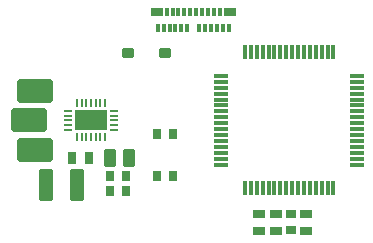
<source format=gtp>
G04*
G04 #@! TF.GenerationSoftware,Altium Limited,Altium Designer,23.3.1 (30)*
G04*
G04 Layer_Color=8421504*
%FSLAX43Y43*%
%MOMM*%
G71*
G04*
G04 #@! TF.SameCoordinates,68B4457D-8A2E-4C3C-B976-16FA262DB654*
G04*
G04*
G04 #@! TF.FilePolarity,Positive*
G04*
G01*
G75*
G04:AMPARAMS|DCode=14|XSize=0.7mm|YSize=0.9mm|CornerRadius=0.07mm|HoleSize=0mm|Usage=FLASHONLY|Rotation=0.000|XOffset=0mm|YOffset=0mm|HoleType=Round|Shape=RoundedRectangle|*
%AMROUNDEDRECTD14*
21,1,0.700,0.760,0,0,0.0*
21,1,0.560,0.900,0,0,0.0*
1,1,0.140,0.280,-0.380*
1,1,0.140,-0.280,-0.380*
1,1,0.140,-0.280,0.380*
1,1,0.140,0.280,0.380*
%
%ADD14ROUNDEDRECTD14*%
G04:AMPARAMS|DCode=15|XSize=0.3mm|YSize=0.7mm|CornerRadius=0.03mm|HoleSize=0mm|Usage=FLASHONLY|Rotation=180.000|XOffset=0mm|YOffset=0mm|HoleType=Round|Shape=RoundedRectangle|*
%AMROUNDEDRECTD15*
21,1,0.300,0.640,0,0,180.0*
21,1,0.240,0.700,0,0,180.0*
1,1,0.060,-0.120,0.320*
1,1,0.060,0.120,0.320*
1,1,0.060,0.120,-0.320*
1,1,0.060,-0.120,-0.320*
%
%ADD15ROUNDEDRECTD15*%
G04:AMPARAMS|DCode=16|XSize=1mm|YSize=0.7mm|CornerRadius=0.07mm|HoleSize=0mm|Usage=FLASHONLY|Rotation=180.000|XOffset=0mm|YOffset=0mm|HoleType=Round|Shape=RoundedRectangle|*
%AMROUNDEDRECTD16*
21,1,1.000,0.560,0,0,180.0*
21,1,0.860,0.700,0,0,180.0*
1,1,0.140,-0.430,0.280*
1,1,0.140,0.430,0.280*
1,1,0.140,0.430,-0.280*
1,1,0.140,-0.430,-0.280*
%
%ADD16ROUNDEDRECTD16*%
G04:AMPARAMS|DCode=17|XSize=2mm|YSize=3mm|CornerRadius=0.2mm|HoleSize=0mm|Usage=FLASHONLY|Rotation=90.000|XOffset=0mm|YOffset=0mm|HoleType=Round|Shape=RoundedRectangle|*
%AMROUNDEDRECTD17*
21,1,2.000,2.600,0,0,90.0*
21,1,1.600,3.000,0,0,90.0*
1,1,0.400,1.300,0.800*
1,1,0.400,1.300,-0.800*
1,1,0.400,-1.300,-0.800*
1,1,0.400,-1.300,0.800*
%
%ADD17ROUNDEDRECTD17*%
G04:AMPARAMS|DCode=18|XSize=0.3mm|YSize=1.2mm|CornerRadius=0.03mm|HoleSize=0mm|Usage=FLASHONLY|Rotation=180.000|XOffset=0mm|YOffset=0mm|HoleType=Round|Shape=RoundedRectangle|*
%AMROUNDEDRECTD18*
21,1,0.300,1.140,0,0,180.0*
21,1,0.240,1.200,0,0,180.0*
1,1,0.060,-0.120,0.570*
1,1,0.060,0.120,0.570*
1,1,0.060,0.120,-0.570*
1,1,0.060,-0.120,-0.570*
%
%ADD18ROUNDEDRECTD18*%
G04:AMPARAMS|DCode=19|XSize=0.3mm|YSize=1.2mm|CornerRadius=0.03mm|HoleSize=0mm|Usage=FLASHONLY|Rotation=270.000|XOffset=0mm|YOffset=0mm|HoleType=Round|Shape=RoundedRectangle|*
%AMROUNDEDRECTD19*
21,1,0.300,1.140,0,0,270.0*
21,1,0.240,1.200,0,0,270.0*
1,1,0.060,-0.570,-0.120*
1,1,0.060,-0.570,0.120*
1,1,0.060,0.570,0.120*
1,1,0.060,0.570,-0.120*
%
%ADD19ROUNDEDRECTD19*%
G04:AMPARAMS|DCode=20|XSize=0.2mm|YSize=0.7mm|CornerRadius=0.02mm|HoleSize=0mm|Usage=FLASHONLY|Rotation=0.000|XOffset=0mm|YOffset=0mm|HoleType=Round|Shape=RoundedRectangle|*
%AMROUNDEDRECTD20*
21,1,0.200,0.660,0,0,0.0*
21,1,0.160,0.700,0,0,0.0*
1,1,0.040,0.080,-0.330*
1,1,0.040,-0.080,-0.330*
1,1,0.040,-0.080,0.330*
1,1,0.040,0.080,0.330*
%
%ADD20ROUNDEDRECTD20*%
G04:AMPARAMS|DCode=21|XSize=0.2mm|YSize=0.7mm|CornerRadius=0.02mm|HoleSize=0mm|Usage=FLASHONLY|Rotation=270.000|XOffset=0mm|YOffset=0mm|HoleType=Round|Shape=RoundedRectangle|*
%AMROUNDEDRECTD21*
21,1,0.200,0.660,0,0,270.0*
21,1,0.160,0.700,0,0,270.0*
1,1,0.040,-0.330,-0.080*
1,1,0.040,-0.330,0.080*
1,1,0.040,0.330,0.080*
1,1,0.040,0.330,-0.080*
%
%ADD21ROUNDEDRECTD21*%
%ADD22R,2.700X1.700*%
G04:AMPARAMS|DCode=23|XSize=1.17mm|YSize=2.7mm|CornerRadius=0.117mm|HoleSize=0mm|Usage=FLASHONLY|Rotation=0.000|XOffset=0mm|YOffset=0mm|HoleType=Round|Shape=RoundedRectangle|*
%AMROUNDEDRECTD23*
21,1,1.170,2.466,0,0,0.0*
21,1,0.936,2.700,0,0,0.0*
1,1,0.234,0.468,-1.233*
1,1,0.234,-0.468,-1.233*
1,1,0.234,-0.468,1.233*
1,1,0.234,0.468,1.233*
%
%ADD23ROUNDEDRECTD23*%
G04:AMPARAMS|DCode=24|XSize=0.75mm|YSize=0.96mm|CornerRadius=0.075mm|HoleSize=0mm|Usage=FLASHONLY|Rotation=0.000|XOffset=0mm|YOffset=0mm|HoleType=Round|Shape=RoundedRectangle|*
%AMROUNDEDRECTD24*
21,1,0.750,0.810,0,0,0.0*
21,1,0.600,0.960,0,0,0.0*
1,1,0.150,0.300,-0.405*
1,1,0.150,-0.300,-0.405*
1,1,0.150,-0.300,0.405*
1,1,0.150,0.300,0.405*
%
%ADD24ROUNDEDRECTD24*%
G04:AMPARAMS|DCode=25|XSize=0.95mm|YSize=1.45mm|CornerRadius=0.095mm|HoleSize=0mm|Usage=FLASHONLY|Rotation=0.000|XOffset=0mm|YOffset=0mm|HoleType=Round|Shape=RoundedRectangle|*
%AMROUNDEDRECTD25*
21,1,0.950,1.260,0,0,0.0*
21,1,0.760,1.450,0,0,0.0*
1,1,0.190,0.380,-0.630*
1,1,0.190,-0.380,-0.630*
1,1,0.190,-0.380,0.630*
1,1,0.190,0.380,0.630*
%
%ADD25ROUNDEDRECTD25*%
G04:AMPARAMS|DCode=26|XSize=0.9mm|YSize=0.95mm|CornerRadius=0.09mm|HoleSize=0mm|Usage=FLASHONLY|Rotation=90.000|XOffset=0mm|YOffset=0mm|HoleType=Round|Shape=RoundedRectangle|*
%AMROUNDEDRECTD26*
21,1,0.900,0.770,0,0,90.0*
21,1,0.720,0.950,0,0,90.0*
1,1,0.180,0.385,0.360*
1,1,0.180,0.385,-0.360*
1,1,0.180,-0.385,-0.360*
1,1,0.180,-0.385,0.360*
%
%ADD26ROUNDEDRECTD26*%
G04:AMPARAMS|DCode=27|XSize=0.75mm|YSize=0.96mm|CornerRadius=0.075mm|HoleSize=0mm|Usage=FLASHONLY|Rotation=90.000|XOffset=0mm|YOffset=0mm|HoleType=Round|Shape=RoundedRectangle|*
%AMROUNDEDRECTD27*
21,1,0.750,0.810,0,0,90.0*
21,1,0.600,0.960,0,0,90.0*
1,1,0.150,0.405,0.300*
1,1,0.150,0.405,-0.300*
1,1,0.150,-0.405,-0.300*
1,1,0.150,-0.405,0.300*
%
%ADD27ROUNDEDRECTD27*%
G04:AMPARAMS|DCode=28|XSize=0.7mm|YSize=0.9mm|CornerRadius=0.07mm|HoleSize=0mm|Usage=FLASHONLY|Rotation=90.000|XOffset=0mm|YOffset=0mm|HoleType=Round|Shape=RoundedRectangle|*
%AMROUNDEDRECTD28*
21,1,0.700,0.760,0,0,90.0*
21,1,0.560,0.900,0,0,90.0*
1,1,0.140,0.380,0.280*
1,1,0.140,0.380,-0.280*
1,1,0.140,-0.380,-0.280*
1,1,0.140,-0.380,0.280*
%
%ADD28ROUNDEDRECTD28*%
D14*
X-3098Y-1143D02*
D03*
X-1728D02*
D03*
X-5665Y-4699D02*
D03*
X-7035D02*
D03*
Y-5969D02*
D03*
X-5665D02*
D03*
X-3098Y-4699D02*
D03*
X-1728D02*
D03*
D15*
X3000Y7790D02*
D03*
X2500D02*
D03*
X2000D02*
D03*
X1500D02*
D03*
X1000D02*
D03*
X500Y7790D02*
D03*
X-500D02*
D03*
X-1000Y7790D02*
D03*
X-1500D02*
D03*
X-2000D02*
D03*
X-2500D02*
D03*
X-3000D02*
D03*
X-2250Y9140D02*
D03*
X-1750D02*
D03*
X-1250D02*
D03*
X-750D02*
D03*
X-250D02*
D03*
X250D02*
D03*
X750D02*
D03*
X1250D02*
D03*
X1750D02*
D03*
X2250D02*
D03*
D16*
X-3100D02*
D03*
X3100D02*
D03*
D17*
X-13405Y2500D02*
D03*
X-13905Y0D02*
D03*
X-13405Y-2500D02*
D03*
D18*
X11878Y-5750D02*
D03*
X11378D02*
D03*
X10878D02*
D03*
X10378D02*
D03*
X9878D02*
D03*
X9378D02*
D03*
X8878D02*
D03*
X8378D02*
D03*
X7878D02*
D03*
X7378D02*
D03*
X6878D02*
D03*
X6378D02*
D03*
X5878D02*
D03*
X5378D02*
D03*
X4878D02*
D03*
X4378D02*
D03*
Y5750D02*
D03*
X4878D02*
D03*
X5378D02*
D03*
X5878D02*
D03*
X6378D02*
D03*
X6878D02*
D03*
X7378D02*
D03*
X7878Y5750D02*
D03*
X8378Y5750D02*
D03*
X8878D02*
D03*
X9378D02*
D03*
X9878D02*
D03*
X10378D02*
D03*
X10878D02*
D03*
X11378D02*
D03*
X11878D02*
D03*
D19*
X2378Y-3750D02*
D03*
Y-3250D02*
D03*
Y-2750D02*
D03*
Y-2250D02*
D03*
Y-1750D02*
D03*
Y-1250D02*
D03*
Y-750D02*
D03*
Y-250D02*
D03*
X2378Y250D02*
D03*
X2378Y750D02*
D03*
Y1250D02*
D03*
Y1750D02*
D03*
Y2250D02*
D03*
Y2750D02*
D03*
Y3250D02*
D03*
Y3750D02*
D03*
X13878D02*
D03*
Y3250D02*
D03*
Y2750D02*
D03*
Y2250D02*
D03*
Y1750D02*
D03*
Y1250D02*
D03*
Y750D02*
D03*
Y250D02*
D03*
Y-250D02*
D03*
Y-750D02*
D03*
Y-1250D02*
D03*
Y-1750D02*
D03*
Y-2250D02*
D03*
Y-2750D02*
D03*
Y-3250D02*
D03*
Y-3750D02*
D03*
D20*
X-7455Y1450D02*
D03*
X-7855D02*
D03*
X-8255D02*
D03*
X-8655D02*
D03*
X-9055D02*
D03*
X-9455Y1450D02*
D03*
X-9855D02*
D03*
Y-1450D02*
D03*
X-9455D02*
D03*
X-9055Y-1450D02*
D03*
X-8655Y-1450D02*
D03*
X-8255Y-1450D02*
D03*
X-7855D02*
D03*
X-7455D02*
D03*
D21*
X-10605Y800D02*
D03*
Y400D02*
D03*
Y0D02*
D03*
Y-400D02*
D03*
Y-800D02*
D03*
X-6705Y-800D02*
D03*
X-6705Y-400D02*
D03*
X-6705Y0D02*
D03*
Y400D02*
D03*
Y800D02*
D03*
D22*
X-8655Y0D02*
D03*
D23*
X-12496Y-5461D02*
D03*
X-9856D02*
D03*
D24*
X-10225Y-3175D02*
D03*
X-8825D02*
D03*
D25*
X-5423D02*
D03*
X-7023D02*
D03*
D26*
X-2362Y5715D02*
D03*
X-5512D02*
D03*
D27*
X6985Y-9336D02*
D03*
Y-7936D02*
D03*
X5588Y-9336D02*
D03*
Y-7936D02*
D03*
X9525Y-9336D02*
D03*
Y-7936D02*
D03*
D28*
X8255Y-9321D02*
D03*
Y-7951D02*
D03*
M02*

</source>
